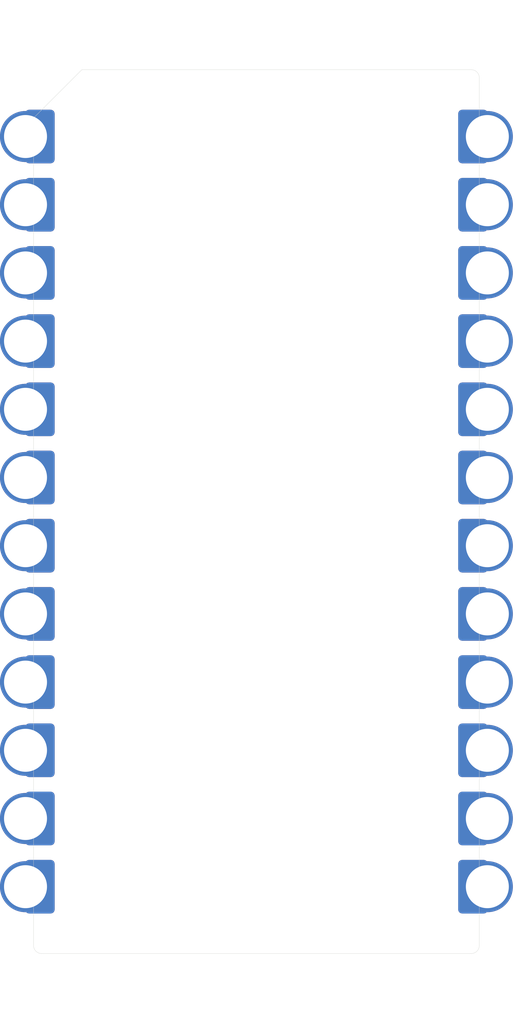
<source format=kicad_pcb>
(kicad_pcb (version 20211014) (generator pcbnew)
  (title_block (title "Molex78802 PCB 24") (date "2021-05-20") (rev "005") (company "b.kenyon.w@gmail.com"))
  (layers (0 "F.Cu" signal "Top") (31 "B.Cu" signal "Bottom") (34 "B.Paste" user) (35 "F.Paste" user) (36 "B.SilkS" user "B.Silkscreen") (37 "F.SilkS" user "F.Silkscreen") (38 "B.Mask" user) (39 "F.Mask" user) (44 "Edge.Cuts" user))
  (net 0 "")
  (footprint "000_LOCAL:Molex78802_PCB_24" (layer "F.Cu") (at 147.2184 99.187)
    (fp_text reference "J?" hide)
    (fp_text value "Molex78802_PCB_24" hide)
    (fp_line (start -8 16.46) (end 8 16.46) (layer "Edge.Cuts") (width 0.01))
    (fp_line (start -8.3 -14.66) (end -8.3 16.16) (layer "Edge.Cuts") (width 0.01))
    (fp_line (start -6.5 -16.46) (end -8.3 -14.66) (layer "Edge.Cuts") (width 0.01))
    (fp_line (start 8 -16.46) (end -6.5 -16.46) (layer "Edge.Cuts") (width 0.01))
    (fp_line (start 8.3 16.16) (end 8.3 -16.16) (layer "Edge.Cuts") (width 0.01))
    (fp_arc (start 8.3 16.16) (mid 8.212132 16.372132) (end 8 16.46) (layer "Edge.Cuts") (width 0.01))
    (fp_arc (start -8 16.46) (mid -8.212132 16.372132) (end -8.3 16.16) (layer "Edge.Cuts") (width 0.01))
    (fp_arc (start 8 -16.46) (mid 8.212132 -16.372132) (end 8.3 -16.16) (layer "Edge.Cuts") (width 0.01))
    (pad "1" smd roundrect (at -8.0645 -13.97) (size 1.1 2) (layers "F.Cu") (roundrect_rratio 0.1363636364))
    (pad "1" smd roundrect (at -8.0645 -13.97) (size 1.1 2) (layers "B.Cu") (roundrect_rratio 0.1363636364))
    (pad "1" thru_hole circle (at -8.6002 -13.97) (size 1.9 1.9) (drill 1.6) (property pad_prop_castellated) (layers *.Cu *.Mask))
    (pad "2" thru_hole circle (at -8.6002 -11.43) (size 1.9 1.9) (drill 1.6) (property pad_prop_castellated) (layers *.Cu *.Mask))
    (pad "2" smd roundrect (at -8.0645 -11.43) (size 1.1 2) (layers "B.Cu") (roundrect_rratio 0.1363636364))
    (pad "2" smd roundrect (at -8.0645 -11.43) (size 1.1 2) (layers "F.Cu") (roundrect_rratio 0.1363636364))
    (pad "3" smd roundrect (at -8.0645 -8.89) (size 1.1 2) (layers "F.Cu") (roundrect_rratio 0.1363636364))
    (pad "3" thru_hole circle (at -8.6002 -8.89) (size 1.9 1.9) (drill 1.6) (property pad_prop_castellated) (layers *.Cu *.Mask))
    (pad "3" smd roundrect (at -8.0645 -8.89) (size 1.1 2) (layers "B.Cu") (roundrect_rratio 0.1363636364))
    (pad "4" smd roundrect (at -8.0645 -6.35) (size 1.1 2) (layers "B.Cu") (roundrect_rratio 0.1363636364))
    (pad "4" thru_hole circle (at -8.6002 -6.35) (size 1.9 1.9) (drill 1.6) (property pad_prop_castellated) (layers *.Cu *.Mask))
    (pad "4" smd roundrect (at -8.0645 -6.35) (size 1.1 2) (layers "F.Cu") (roundrect_rratio 0.1363636364))
    (pad "5" smd roundrect (at -8.0645 -3.81) (size 1.1 2) (layers "B.Cu") (roundrect_rratio 0.1363636364))
    (pad "5" smd roundrect (at -8.0645 -3.81) (size 1.1 2) (layers "F.Cu") (roundrect_rratio 0.1363636364))
    (pad "5" thru_hole circle (at -8.6002 -3.81) (size 1.9 1.9) (drill 1.6) (property pad_prop_castellated) (layers *.Cu *.Mask))
    (pad "6" thru_hole circle (at -8.6002 -1.27) (size 1.9 1.9) (drill 1.6) (property pad_prop_castellated) (layers *.Cu *.Mask))
    (pad "6" smd roundrect (at -8.0645 -1.27) (size 1.1 2) (layers "B.Cu") (roundrect_rratio 0.1363636364))
    (pad "6" smd roundrect (at -8.0645 -1.27) (size 1.1 2) (layers "F.Cu") (roundrect_rratio 0.1363636364))
    (pad "7" smd roundrect (at -8.0645 1.27) (size 1.1 2) (layers "F.Cu") (roundrect_rratio 0.1363636364))
    (pad "7" thru_hole circle (at -8.6002 1.27) (size 1.9 1.9) (drill 1.6) (property pad_prop_castellated) (layers *.Cu *.Mask))
    (pad "7" smd roundrect (at -8.0645 1.27) (size 1.1 2) (layers "B.Cu") (roundrect_rratio 0.1363636364))
    (pad "8" thru_hole circle (at -8.6002 3.81) (size 1.9 1.9) (drill 1.6) (property pad_prop_castellated) (layers *.Cu *.Mask))
    (pad "8" smd roundrect (at -8.0645 3.81) (size 1.1 2) (layers "B.Cu") (roundrect_rratio 0.1363636364))
    (pad "8" smd roundrect (at -8.0645 3.81) (size 1.1 2) (layers "F.Cu") (roundrect_rratio 0.1363636364))
    (pad "9" smd roundrect (at -8.0645 6.35) (size 1.1 2) (layers "F.Cu") (roundrect_rratio 0.1363636364))
    (pad "9" thru_hole circle (at -8.6002 6.35) (size 1.9 1.9) (drill 1.6) (property pad_prop_castellated) (layers *.Cu *.Mask))
    (pad "9" smd roundrect (at -8.0645 6.35) (size 1.1 2) (layers "B.Cu") (roundrect_rratio 0.1363636364))
    (pad "10" smd roundrect (at -8.0645 8.89) (size 1.1 2) (layers "F.Cu") (roundrect_rratio 0.1363636364))
    (pad "10" smd roundrect (at -8.0645 8.89) (size 1.1 2) (layers "B.Cu") (roundrect_rratio 0.1363636364))
    (pad "10" thru_hole circle (at -8.6002 8.89) (size 1.9 1.9) (drill 1.6) (property pad_prop_castellated) (layers *.Cu *.Mask))
    (pad "11" thru_hole circle (at -8.6002 11.43) (size 1.9 1.9) (drill 1.6) (property pad_prop_castellated) (layers *.Cu *.Mask))
    (pad "11" smd roundrect (at -8.0645 11.43) (size 1.1 2) (layers "F.Cu") (roundrect_rratio 0.1363636364))
    (pad "11" smd roundrect (at -8.0645 11.43) (size 1.1 2) (layers "B.Cu") (roundrect_rratio 0.1363636364))
    (pad "12" smd roundrect (at -8.0645 13.97) (size 1.1 2) (layers "B.Cu") (roundrect_rratio 0.1363636364))
    (pad "12" thru_hole circle (at -8.6002 13.97) (size 1.9 1.9) (drill 1.6) (property pad_prop_castellated) (layers *.Cu *.Mask))
    (pad "12" smd roundrect (at -8.0645 13.97) (size 1.1 2) (layers "F.Cu") (roundrect_rratio 0.1363636364))
    (pad "13" thru_hole circle (at 8.6002 13.97) (size 1.9 1.9) (drill 1.6) (property pad_prop_castellated) (layers *.Cu *.Mask))
    (pad "13" smd roundrect (at 8.0645 13.97) (size 1.1 2) (layers "B.Cu") (roundrect_rratio 0.1363636364))
    (pad "13" smd roundrect (at 8.0645 13.97) (size 1.1 2) (layers "F.Cu") (roundrect_rratio 0.1363636364))
    (pad "14" smd roundrect (at 8.0645 11.43) (size 1.1 2) (layers "F.Cu") (roundrect_rratio 0.1363636364))
    (pad "14" thru_hole circle (at 8.6002 11.43) (size 1.9 1.9) (drill 1.6) (property pad_prop_castellated) (layers *.Cu *.Mask))
    (pad "14" smd roundrect (at 8.0645 11.43) (size 1.1 2) (layers "B.Cu") (roundrect_rratio 0.1363636364))
    (pad "15" smd roundrect (at 8.0645 8.89) (size 1.1 2) (layers "B.Cu") (roundrect_rratio 0.1363636364))
    (pad "15" thru_hole circle (at 8.6002 8.89) (size 1.9 1.9) (drill 1.6) (property pad_prop_castellated) (layers *.Cu *.Mask))
    (pad "15" smd roundrect (at 8.0645 8.89) (size 1.1 2) (layers "F.Cu") (roundrect_rratio 0.1363636364))
    (pad "16" smd roundrect (at 8.0645 6.35) (size 1.1 2) (layers "B.Cu") (roundrect_rratio 0.1363636364))
    (pad "16" thru_hole circle (at 8.6002 6.35) (size 1.9 1.9) (drill 1.6) (property pad_prop_castellated) (layers *.Cu *.Mask))
    (pad "16" smd roundrect (at 8.0645 6.35) (size 1.1 2) (layers "F.Cu") (roundrect_rratio 0.1363636364))
    (pad "17" smd roundrect (at 8.0645 3.81) (size 1.1 2) (layers "B.Cu") (roundrect_rratio 0.1363636364))
    (pad "17" thru_hole circle (at 8.6002 3.81) (size 1.9 1.9) (drill 1.6) (property pad_prop_castellated) (layers *.Cu *.Mask))
    (pad "17" smd roundrect (at 8.0645 3.81) (size 1.1 2) (layers "F.Cu") (roundrect_rratio 0.1363636364))
    (pad "18" smd roundrect (at 8.0645 1.27) (size 1.1 2) (layers "F.Cu") (roundrect_rratio 0.1363636364))
    (pad "18" thru_hole circle (at 8.6002 1.27) (size 1.9 1.9) (drill 1.6) (property pad_prop_castellated) (layers *.Cu *.Mask))
    (pad "18" smd roundrect (at 8.0645 1.27) (size 1.1 2) (layers "B.Cu") (roundrect_rratio 0.1363636364))
    (pad "19" smd roundrect (at 8.0645 -1.27) (size 1.1 2) (layers "B.Cu") (roundrect_rratio 0.1363636364))
    (pad "19" thru_hole circle (at 8.6002 -1.27) (size 1.9 1.9) (drill 1.6) (property pad_prop_castellated) (layers *.Cu *.Mask))
    (pad "19" smd roundrect (at 8.0645 -1.27) (size 1.1 2) (layers "F.Cu") (roundrect_rratio 0.1363636364))
    (pad "20" smd roundrect (at 8.0645 -3.81) (size 1.1 2) (layers "B.Cu") (roundrect_rratio 0.1363636364))
    (pad "20" thru_hole circle (at 8.6002 -3.81) (size 1.9 1.9) (drill 1.6) (property pad_prop_castellated) (layers *.Cu *.Mask))
    (pad "20" smd roundrect (at 8.0645 -3.81) (size 1.1 2) (layers "F.Cu") (roundrect_rratio 0.1363636364))
    (pad "21" smd roundrect (at 8.0645 -6.35) (size 1.1 2) (layers "B.Cu") (roundrect_rratio 0.1363636364))
    (pad "21" smd roundrect (at 8.0645 -6.35) (size 1.1 2) (layers "F.Cu") (roundrect_rratio 0.1363636364))
    (pad "21" thru_hole circle (at 8.6002 -6.35) (size 1.9 1.9) (drill 1.6) (property pad_prop_castellated) (layers *.Cu *.Mask))
    (pad "22" thru_hole circle (at 8.6002 -8.89) (size 1.9 1.9) (drill 1.6) (property pad_prop_castellated) (layers *.Cu *.Mask))
    (pad "22" smd roundrect (at 8.0645 -8.89) (size 1.1 2) (layers "F.Cu") (roundrect_rratio 0.1363636364))
    (pad "22" smd roundrect (at 8.0645 -8.89) (size 1.1 2) (layers "B.Cu") (roundrect_rratio 0.1363636364))
    (pad "23" smd roundrect (at 8.0645 -11.43) (size 1.1 2) (layers "B.Cu") (roundrect_rratio 0.1363636364))
    (pad "23" thru_hole circle (at 8.6002 -11.43) (size 1.9 1.9) (drill 1.6) (property pad_prop_castellated) (layers *.Cu *.Mask))
    (pad "23" smd roundrect (at 8.0645 -11.43) (size 1.1 2) (layers "F.Cu") (roundrect_rratio 0.1363636364))
    (pad "24" smd roundrect (at 8.0645 -13.97) (size 1.1 2) (layers "F.Cu") (roundrect_rratio 0.1363636364))
    (pad "24" smd roundrect (at 8.0645 -13.97) (size 1.1 2) (layers "B.Cu") (roundrect_rratio 0.1363636364))
    (pad "24" thru_hole circle (at 8.6002 -13.97) (size 1.9 1.9) (drill 1.6) (property pad_prop_castellated) (layers *.Cu *.Mask))
  )
)
</source>
